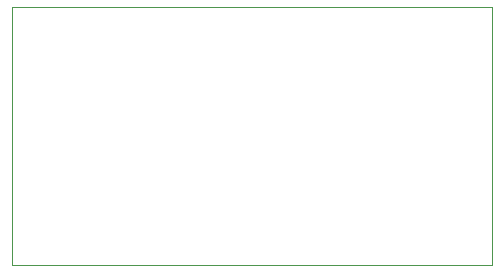
<source format=gbr>
G04 #@! TF.FileFunction,Profile,NP*
%FSLAX46Y46*%
G04 Gerber Fmt 4.6, Leading zero omitted, Abs format (unit mm)*
G04 Created by KiCad (PCBNEW 4.0.4-stable) date 01/15/17 13:44:32*
%MOMM*%
%LPD*%
G01*
G04 APERTURE LIST*
%ADD10C,0.100000*%
%ADD11C,0.010000*%
G04 APERTURE END LIST*
D10*
D11*
X184170000Y-121020000D02*
X184170000Y-142880000D01*
X224780000Y-121020000D02*
X184170000Y-121020000D01*
X224780000Y-142880000D02*
X224780000Y-121020000D01*
X184170000Y-142880000D02*
X224780000Y-142880000D01*
X224810000Y-120970000D02*
X224810000Y-120990000D01*
M02*

</source>
